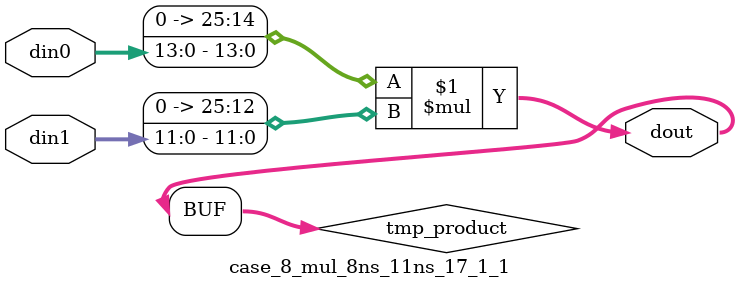
<source format=v>

`timescale 1 ns / 1 ps

 (* use_dsp = "no" *)  module case_8_mul_8ns_11ns_17_1_1(din0, din1, dout);
parameter ID = 1;
parameter NUM_STAGE = 0;
parameter din0_WIDTH = 14;
parameter din1_WIDTH = 12;
parameter dout_WIDTH = 26;

input [din0_WIDTH - 1 : 0] din0; 
input [din1_WIDTH - 1 : 0] din1; 
output [dout_WIDTH - 1 : 0] dout;

wire signed [dout_WIDTH - 1 : 0] tmp_product;
























assign tmp_product = $signed({1'b0, din0}) * $signed({1'b0, din1});











assign dout = tmp_product;





















endmodule

</source>
